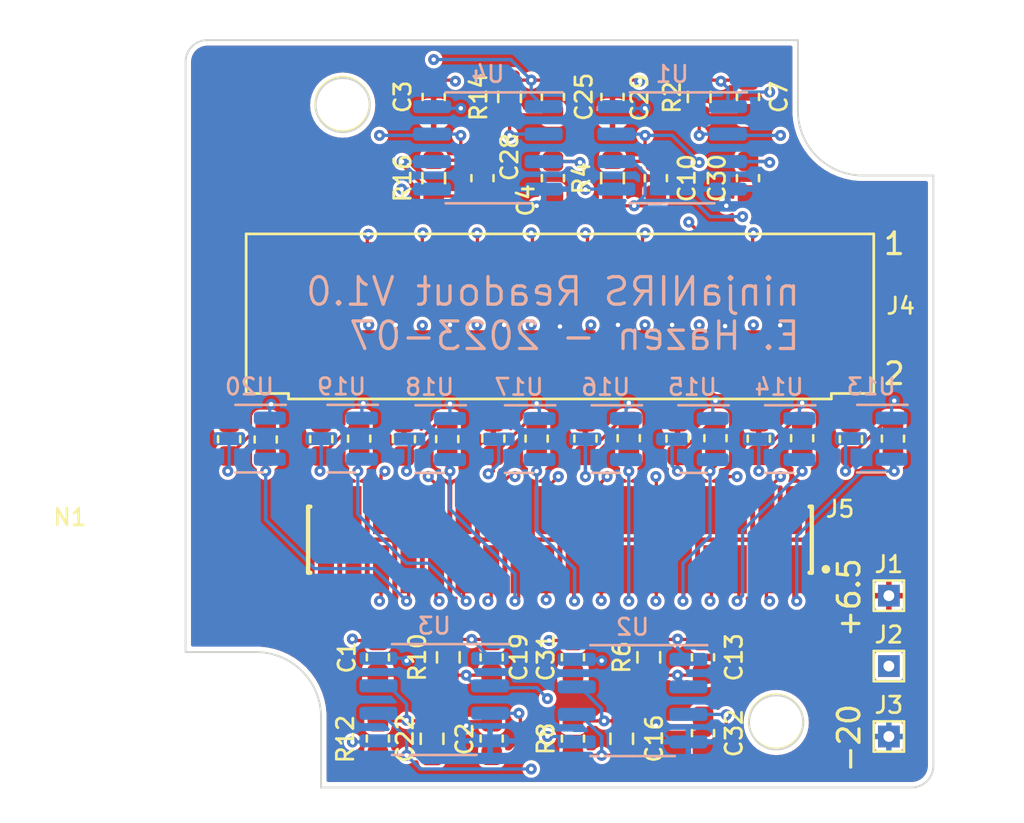
<source format=kicad_pcb>
(kicad_pcb (version 20221018) (generator pcbnew)
  (layers (0 "F.Cu" signal) (1 "In1.Cu" signal) (2 "In2.Cu" signal) (31 "B.Cu" signal) (34 "B.Paste" user) (35 "F.Paste" user) (36 "B.SilkS" user "B.Silkscreen") (37 "F.SilkS" user "F.Silkscreen") (38 "B.Mask" user) (39 "F.Mask" user) (44 "Edge.Cuts" user))
  (net 0 "")
  (net 1 "/+6.5V")
  (net 2 "/-20V")
  (net 3 "/OUT_1")
  (net 4 "/DET_0")
  (net 5 "/OUT_2")
  (net 6 "/OUT_3")
  (net 7 "/OUT_4")
  (net 8 "/OUT_5")
  (net 9 "/OUT_6")
  (net 10 "/DET_2")
  (net 11 "/OUT_7")
  (net 12 "/5V_1")
  (net 13 "/DET_3")
  (net 14 "/DET_1")
  (net 15 "/5V_2")
  (net 16 "/DET_4")
  (net 17 "/5V_3")
  (net 18 "/5V_4")
  (net 19 "/DET_5")
  (net 20 "/5V_5")
  (net 21 "/5V_6")
  (net 22 "/DET_6")
  (net 23 "/5V_7")
  (net 24 "/DET_7")
  (net 37 "GND")
  (net 38 "/5V_0")
  (net 39 "/OUT_0")
  (footprint "Capacitor_SMD:C_0603_1608Metric" (layer "F.Cu") (at 60 40.225 90)
    (fp_text reference "C4")
    (fp_text value "C")
  )
  (footprint "Capacitor_SMD:C_0603_1608Metric" (layer "F.Cu") (at 51.0625 52.25 90)
    (fp_text reference "C24" hide)
    (fp_text value "1uF")
  )
  (footprint "Resistor_SMD:R_0603_1608Metric" (layer "F.Cu") (at 58 36.475 90)
    (fp_text reference "R14")
    (fp_text value "1.0MEG")
  )
  (footprint "Resistor_SMD:R_0603_1608Metric" (layer "F.Cu") (at 54.5 40.225 90)
    (fp_text reference "R16")
    (fp_text value "1.0MEG")
  )
  (footprint "Capacitor_SMD:C_0603_1608Metric" (layer "F.Cu") (at 61.5 52.25 -90)
    (fp_text reference "C14" hide)
    (fp_text value "1uF")
  )
  (footprint "Capacitor_SMD:C_0603_1608Metric" (layer "F.Cu") (at 53.125 52.275 -90)
    (fp_text reference "C20" hide)
    (fp_text value "1uF")
  )
  (footprint "Capacitor_SMD:C_0603_1608Metric" (layer "F.Cu") (at 45.0625 52.275 -90)
    (fp_text reference "C26" hide)
    (fp_text value "1uF")
  )
  (footprint "Capacitor_SMD:C_0603_1608Metric" (layer "F.Cu") (at 66.925 62.345 -90)
    (fp_text reference "C13")
    (fp_text value "1.6pF")
  )
  (footprint "Capacitor_SMD:C_0603_1608Metric" (layer "F.Cu") (at 66.925 65.845 -90)
    (fp_text reference "C32")
    (fp_text value "C")
  )
  (footprint "Capacitor_SMD:C_0603_1608Metric" (layer "F.Cu") (at 69 36.475 -90)
    (fp_text reference "C7")
    (fp_text value "1.6pF")
  )
  (footprint "Capacitor_SMD:C_0603_1608Metric" (layer "F.Cu") (at 57.175 62.345 -90)
    (fp_text reference "C19")
    (fp_text value "1.6pF")
  )
  (footprint "Capacitor_SMD:C_0603_1608Metric" (layer "F.Cu") (at 71.5 52.23 90)
    (fp_text reference "C9" hide)
    (fp_text value "1uF")
  )
  (footprint "Capacitor_SMD:C_0603_1608Metric" (layer "F.Cu") (at 59.25 52.25 90)
    (fp_text reference "C18" hide)
    (fp_text value "1uF")
  )
  (footprint "TestPoint:TestPoint_THTPad_1.0x1.0mm_Drill0.5mm" (layer "F.Cu") (at 75.5 59.5)
    (fp_text reference "J1")
    (fp_text value "Conn_01x01_Pin")
  )
  (footprint "Resistor_SMD:R_0603_1608Metric" (layer "F.Cu") (at 63.175 66.105 90)
    (fp_text reference "R8")
    (fp_text value "1.0MEG")
  )
  (footprint "Capacitor_SMD:C_0603_1608Metric" (layer "F.Cu") (at 73.75 52.275 -90)
    (fp_text reference "C5" hide)
    (fp_text value "1uF")
  )
  (footprint "Capacitor_SMD:C_0603_1608Metric" (layer "F.Cu") (at 67.5 52.23 90)
    (fp_text reference "C12" hide)
    (fp_text value "1uF")
  )
  (footprint "Capacitor_SMD:C_0603_1608Metric" (layer "F.Cu") (at 54.5 36.475 90)
    (fp_text reference "C3")
    (fp_text value "C")
  )
  (footprint "Capacitor_SMD:C_0603_1608Metric" (layer "F.Cu") (at 60.925 66.095 -90)
    (fp_text reference "C16")
    (fp_text value "1.6pF")
  )
  (footprint "Capacitor_SMD:C_0603_1608Metric" (layer "F.Cu") (at 57.25 52.25 -90)
    (fp_text reference "C17" hide)
    (fp_text value "1uF")
  )
  (footprint "Capacitor_SMD:C_0603_1608Metric" (layer "F.Cu") (at 55.125 52.27 90)
    (fp_text reference "C21" hide)
    (fp_text value "1uF")
  )
  (footprint "AA_Hammond:1551QGY" (layer "F.Cu") (at 43.0505 62.054)
    (fp_text reference "N1")
    (fp_text value "Housing")
  )
  (footprint "Capacitor_SMD:C_0603_1608Metric" (layer "F.Cu") (at 69.5 52.25 -90)
    (fp_text reference "C8" hide)
    (fp_text value "1uF")
  )
  (footprint "Resistor_SMD:R_0603_1608Metric" (layer "F.Cu") (at 66.75 36.475 90)
    (fp_text reference "R2")
    (fp_text value "1.0MEG")
  )
  (footprint "TestPoint:TestPoint_THTPad_1.0x1.0mm_Drill0.5mm" (layer "F.Cu") (at 75.5 62.75)
    (fp_text reference "J2")
    (fp_text value "Conn_01x01_Pin")
  )
  (footprint "Capacitor_SMD:C_0603_1608Metric" (layer "F.Cu") (at 65.75 52.25 -90)
    (fp_text reference "C11" hide)
    (fp_text value "1uF")
  )
  (footprint "Capacitor_SMD:C_0603_1608Metric" (layer "F.Cu") (at 51.925 66.095 -90)
    (fp_text reference "C22")
    (fp_text value "1.6pF")
  )
  (footprint "samtec:SAMTEC_SFMC-118-02-L-D" (layer "F.Cu") (at 60.325 56.9148)
    (fp_text reference "J5")
    (fp_text value "Conn_02x18_Odd_Even")
  )
  (footprint "Capacitor_SMD:C_0603_1608Metric" (layer "F.Cu") (at 63.5 52.23 90)
    (fp_text reference "C15" hide)
    (fp_text value "1uF")
  )
  (footprint "TestPoint:TestPoint_THTPad_1.0x1.0mm_Drill0.5mm" (layer "F.Cu") (at 75.5 66)
    (fp_text reference "J3")
    (fp_text value "Conn_01x01_Pin")
  )
  (footprint "Capacitor_SMD:C_0603_1608Metric" (layer "F.Cu") (at 60 36.475 -90)
    (fp_text reference "C25")
    (fp_text value "1.6pF")
  )
  (footprint "Capacitor_SMD:C_0603_1608Metric" (layer "F.Cu") (at 60.925 62.345 90)
    (fp_text reference "C31")
    (fp_text value "C")
  )
  (footprint "Capacitor_SMD:C_0603_1608Metric" (layer "F.Cu") (at 62.75 36.475 90)
    (fp_text reference "C29")
    (fp_text value "C")
  )
  (footprint "Resistor_SMD:R_0603_1608Metric" (layer "F.Cu") (at 55.175 62.345 90)
    (fp_text reference "R10")
    (fp_text value "1.0MEG")
  )
  (footprint "Capacitor_SMD:C_0603_1608Metric" (layer "F.Cu") (at 64.75 40.225 -90)
    (fp_text reference "C10")
    (fp_text value "1.6pF")
  )
  (footprint "Capacitor_SMD:C_0603_1608Metric" (layer "F.Cu") (at 56.75 40.225 -90)
    (fp_text reference "C28")
    (fp_text value "1.6pF")
  )
  (footprint "Resistor_SMD:R_0603_1608Metric" (layer "F.Cu") (at 64.425 62.345 90)
    (fp_text reference "R6")
    (fp_text value "1.0MEG")
  )
  (footprint "samtec:SHF-117-01-X-D-SM" (layer "F.Cu") (at 60.325 46.609 180)
    (fp_text reference "J4")
    (fp_text value "Conn_02x17_Odd_Even")
  )
  (footprint "Resistor_SMD:R_0603_1608Metric" (layer "F.Cu") (at 54.425 66.105 90)
    (fp_text reference "R12")
    (fp_text value "1.0MEG")
  )
  (footprint "Capacitor_SMD:C_0603_1608Metric" (layer "F.Cu") (at 75.689 52.25 90)
    (fp_text reference "C6" hide)
    (fp_text value "1uF")
  )
  (footprint "Resistor_SMD:R_0603_1608Metric" (layer "F.Cu") (at 62.75 40.225 90)
    (fp_text reference "R4")
    (fp_text value "1.0MEG")
  )
  (footprint "Capacitor_SMD:C_0603_1608Metric" (layer "F.Cu") (at 49.3125 52.275 -90)
    (fp_text reference "C23" hide)
    (fp_text value "1uF")
  )
  (footprint "Capacitor_SMD:C_0603_1608Metric" (layer "F.Cu") (at 46.75 52.29 90)
    (fp_text reference "C27" hide)
    (fp_text value "1uF")
  )
  (footprint "Capacitor_SMD:C_0603_1608Metric" (layer "F.Cu") (at 69 40.225 90)
    (fp_text reference "C30")
    (fp_text value "C")
  )
  (footprint "Capacitor_SMD:C_0603_1608Metric" (layer "F.Cu") (at 57.175 66.095 -90)
    (fp_text reference "C2")
    (fp_text value "C")
  )
  (footprint "Capacitor_SMD:C_0603_1608Metric" (layer "F.Cu") (at 51.925 62.345 90)
    (fp_text reference "C1")
    (fp_text value "C")
  )
  (footprint "Package_SO:SO-8_3.9x4.9mm_P1.27mm" (layer "B.Cu") (at 63.675 64.345 180)
    (fp_text reference "U2")
    (fp_text value "ADA4001-2")
  )
  (footprint "Package_TO_SOT_SMD:SOT-23" (layer "B.Cu") (at 66.4375 52.27 180)
    (fp_text reference "U15")
    (fp_text value "RT9058")
  )
  (footprint "Package_TO_SOT_SMD:SOT-23" (layer "B.Cu") (at 50.25 52.25 180)
    (fp_text reference "U19")
    (fp_text value "RT9058")
  )
  (footprint "Package_SO:SO-8_3.9x4.9mm_P1.27mm" (layer "B.Cu") (at 54.525 64.295 180)
    (fp_text reference "U3")
    (fp_text value "ADA4001-2")
  )
  (footprint "Package_TO_SOT_SMD:SOT-23" (layer "B.Cu") (at 62.4375 52.27 180)
    (fp_text reference "U16")
    (fp_text value "RT9058")
  )
  (footprint "Package_TO_SOT_SMD:SOT-23" (layer "B.Cu") (at 74.6875 52.25 180)
    (fp_text reference "U13")
    (fp_text value "RT9058")
  )
  (footprint "Package_SO:SO-8_3.9x4.9mm_P1.27mm" (layer "B.Cu") (at 65.5 38.825 180)
    (fp_text reference "U1")
    (fp_text value "ADA4001-2")
  )
  (footprint "Package_TO_SOT_SMD:SOT-23" (layer "B.Cu") (at 46 52.25 180)
    (fp_text reference "U20")
    (fp_text value "RT9058")
  )
  (footprint "Package_TO_SOT_SMD:SOT-23" (layer "B.Cu") (at 54.3125 52.27 180)
    (fp_text reference "U18")
    (fp_text value "RT9058")
  )
  (footprint "Package_SO:SO-8_3.9x4.9mm_P1.27mm" (layer "B.Cu") (at 57 38.825 180)
    (fp_text reference "U4")
    (fp_text value "ADA4001-2")
  )
  (footprint "Package_TO_SOT_SMD:SOT-23" (layer "B.Cu") (at 70.4375 52.27 180)
    (fp_text reference "U14")
    (fp_text value "RT9058")
  )
  (footprint "Package_TO_SOT_SMD:SOT-23" (layer "B.Cu") (at 58.4375 52.27 180)
    (fp_text reference "U17")
    (fp_text value "RT9058")
  )
  (gr_arc (start 77.553 67.353) (mid 77.260107 68.060107) (end 76.553 68.353) (stroke (width 0.09)) (layer "Edge.Cuts"))
  (gr_line (start 76.553 68.353) (end 49.303 68.353) (stroke (width 0.09)) (layer "Edge.Cuts"))
  (gr_arc (start 43.053 34.853) (mid 43.345893 34.145893) (end 44.053 33.853) (stroke (width 0.09)) (layer "Edge.Cuts"))
  (gr_line (start 71.303 33.853) (end 71.303 37.103) (stroke (width 0.09)) (layer "Edge.Cuts"))
  (gr_line (start 43.053 62.103) (end 43.053 34.853) (stroke (width 0.09)) (layer "Edge.Cuts"))
  (gr_arc (start 46.303 62.103) (mid 48.42432 62.98168) (end 49.303 65.103) (stroke (width 0.09)) (layer "Edge.Cuts"))
  (gr_line (start 46.303 62.103) (end 43.053 62.103) (stroke (width 0.09)) (layer "Edge.Cuts"))
  (gr_circle (center 50.303 36.853) (end 51.553 36.853) (stroke (width 0.09)) (fill none) (layer "Edge.Cuts"))
  (gr_line (start 77.553 40.103) (end 77.553 67.353) (stroke (width 0.09)) (layer "Edge.Cuts"))
  (gr_circle (center 70.303 65.353) (end 71.553 65.353) (stroke (width 0.09)) (fill none) (layer "Edge.Cuts"))
  (gr_line (start 44.053 33.853) (end 71.303 33.853) (stroke (width 0.09)) (layer "Edge.Cuts"))
  (gr_line (start 74.303 40.103) (end 77.553 40.103) (stroke (width 0.09)) (layer "Edge.Cuts"))
  (gr_arc (start 74.303 40.103) (mid 72.18168 39.22432) (end 71.303 37.103) (stroke (width 0.09)) (layer "Edge.Cuts"))
  (gr_line (start 49.303 68.353) (end 49.303 65.103) (stroke (width 0.09)) (layer "Edge.Cuts"))
  (gr_text "ninjaNIRS Readout V1.0\nE. Hazen - 2023-07" (at 71.5 48.25) (layer "B.SilkS") (effects (font (size 1.27 1.27) (thickness 0.1524)) (justify left bottom mirror)))
  (gr_text "+6.5" (at 74.25 61.5 90) (layer "F.SilkS") (effects (font (size 1 1)) (justify left bottom)))
  (gr_text "-20" (at 74.25 67.75 90) (layer "F.SilkS") (effects (font (size 1 1)) (justify left bottom)))
  (segment (start 53.25 62.5) (end 52.63 63.12) (width 0.1524) (layer "F.Cu") (net 1))
  (segment (start 57.25 51.475) (end 58.1059 50.6191) (width 0.1524) (layer "F.Cu") (net 1))
  (segment (start 61.63 63.12) (end 60.925 63.12) (width 0.1524) (layer "F.Cu") (net 1))
  (segment (start 62.75 37.25) (end 64 37.25) (width 0.1524) (layer "F.Cu") (net 1))
  (segment (start 54.5 37.25) (end 55.5 37.25) (width 0.1524) (layer "F.Cu") (net 1))
  (segment (start 58.1059 50.6191) (end 59.25 50.6191) (width 0.1524) (layer "F.Cu") (net 1))
  (segment (start 62.25 62.5) (end 61.63 63.12) (width 0.1524) (layer "F.Cu") (net 1))
  (segment (start 55.5 37.25) (end 55.75 37) (width 0.1524) (layer "F.Cu") (net 1))
  (segment (start 64 37.25) (end 64.25 37) (width 0.1524) (layer "F.Cu") (net 1))
  (segment (start 52.63 63.12) (end 51.925 63.12) (width 0.1524) (layer "F.Cu") (net 1))
  (via (at 64.25 37) (size 0.508) (drill 0.2032) (layers "F.Cu" "B.Cu") (net 1))
  (via (at 62.25 62.5) (size 0.508) (drill 0.2032) (layers "F.Cu" "B.Cu") (net 1))
  (via (at 67.5 50.5) (size 0.508) (drill 0.2032) (layers "F.Cu" "B.Cu") (net 1))
  (via (at 53.25 62.5) (size 0.508) (drill 0.2032) (layers "F.Cu" "B.Cu") (net 1))
  (via (at 71.5 50.5991) (size 0.508) (drill 0.2032) (layers "F.Cu" "B.Cu") (net 1))
  (via (at 55.25 50.6391) (size 0.508) (drill 0.2032) (layers "F.Cu" "B.Cu") (net 1))
  (via (at 51.25 50.6191) (size 0.508) (drill 0.2032) (layers "F.Cu" "B.Cu") (net 1))
  (via (at 47 50.6591) (size 0.508) (drill 0.2032) (layers "F.Cu" "B.Cu") (net 1))
  (via (at 55.75 37) (size 0.508) (drill 0.2032) (layers "F.Cu" "B.Cu") (net 1))
  (via (at 75.75 50.5) (size 0.508) (drill 0.2032) (layers "F.Cu" "B.Cu") (net 1))
  (via (at 63.5 50.5991) (size 0.508) (drill 0.2032) (layers "F.Cu" "B.Cu") (net 1))
  (via (at 59.25 50.6191) (size 0.508) (drill 0.2032) (layers "F.Cu" "B.Cu") (net 1))
  (segment (start 63.005 37) (end 62.925 36.92) (width 0.1524) (layer "B.Cu") (net 1))
  (segment (start 75.625 51.3) (end 75.625 50.625) (width 0.1524) (layer "B.Cu") (net 1))
  (segment (start 53.14 62.39) (end 53.25 62.5) (width 0.1524) (layer "B.Cu") (net 1))
  (segment (start 71.375 50.875) (end 71.5 50.75) (width 0.1524) (layer "B.Cu") (net 1))
  (segment (start 59.375 50.875) (end 59.25 50.75) (width 0.1524) (layer "B.Cu") (net 1))
  (segment (start 75.625 50.625) (end 75.75 50.5) (width 0.1524) (layer "B.Cu") (net 1))
  (segment (start 46.9375 50.8125) (end 47 50.75) (width 0.1524) (layer "B.Cu") (net 1))
  (segment (start 63.5 50.75) (end 63.5 50.5991) (width 0.1524) (layer "B.Cu") (net 1))
  (segment (start 63.375 50.875) (end 63.5 50.75) (width 0.1524) (layer "B.Cu") (net 1))
  (segment (start 54.505 37) (end 54.425 36.92) (width 0.1524) (layer "B.Cu") (net 1))
  (segment (start 62 62.5) (end 61.94 62.44) (width 0.1524) (layer "B.Cu") (net 1))
  (segment (start 61.1 62.44) (end 62.19 62.44) (width 0.1524) (layer "B.Cu") (net 1))
  (segment (start 59.375 51.32) (end 59.375 50.875) (width 0.1524) (layer "B.Cu") (net 1))
  (segment (start 51.95 62.39) (end 53.14 62.39) (width 0.1524) (layer "B.Cu") (net 1))
  (segment (start 62.19 62.44) (end 62.25 62.5) (width 0.1524) (layer "B.Cu") (net 1))
  (segment (start 55.25 51.32) (end 55.25 50.6391) (width 0.1524) (layer "B.Cu") (net 1))
  (segment (start 64.25 37) (end 63.005 37) (width 0.1524) (layer "B.Cu") (net 1))
  (segment (start 63.375 51.32) (end 63.375 50.875) (width 0.1524) (layer "B.Cu") (net 1))
  (segment (start 46.9375 51.3) (end 46.9375 50.8125) (width 0.1524) (layer "B.Cu") (net 1))
  (segment (start 67.375 51.32) (end 67.375 50.625) (width 0.1524) (layer "B.Cu") (net 1))
  (segment (start 47 50.75) (end 47 50.6591) (width 0.1524) (layer "B.Cu") (net 1))
  (segment (start 67.375 50.625) (end 67.5 50.5) (width 0.1524) (layer "B.Cu") (net 1))
  (segment (start 61.94 62.44) (end 61.1 62.44) (width 0.1524) (layer "B.Cu") (net 1))
  (segment (start 51.1875 50.6816) (end 51.25 50.6191) (width 0.1524) (layer "B.Cu") (net 1))
  (segment (start 71.375 51.32) (end 71.375 50.875) (width 0.1524) (layer "B.Cu") (net 1))
  (segment (start 59.25 50.75) (end 59.25 50.6191) (width 0.1524) (layer "B.Cu") (net 1))
  (segment (start 55.75 37) (end 54.505 37) (width 0.1524) (layer "B.Cu") (net 1))
  (segment (start 71.5 50.75) (end 71.5 50.5991) (width 0.1524) (layer "B.Cu") (net 1))
  (segment (start 51.1875 51.3) (end 51.1875 50.6816) (width 0.1524) (layer "B.Cu") (net 1))
  (segment (start 66.495 65.5) (end 66.925 65.07) (width 0.1524) (layer "F.Cu") (net 2))
  (segment (start 59.5 41.5) (end 60 41) (width 0.1524) (layer "F.Cu") (net 2))
  (segment (start 57.175 65.32) (end 56.18 65.32) (width 0.1524) (layer "F.Cu") (net 2))
  (segment (start 55.245 47.005) (end 55.25 47) (width 0.1524) (layer "F.Cu") (net 2))
  (segment (start 52.705 47.045) (end 52.75 47) (width 0.1524) (layer "F.Cu") (net 2))
  (segment (start 68.5 41.5) (end 68 41.5) (width 0.1524) (layer "F.Cu") (net 2))
  (segment (start 59.25 41.5) (end 59.5 41.5) (width 0.1524) (layer "F.Cu") (net 2))
  (segment (start 60.325 47.075) (end 60.325 48.641) (width 0.1524) (layer "F.Cu") (net 2))
  (segment (start 55.245 48.641) (end 55.245 47.005) (width 0.1524) (layer "F.Cu") (net 2))
  (segment (start 64.75 65.5) (end 66.495 65.5) (width 0.1524) (layer "F.Cu") (net 2))
  (segment (start 65.405 47.095) (end 65.5 47) (width 0.1524) (layer "F.Cu") (net 2))
  (segment (start 56.18 65.32) (end 56 65.5) (width 0.1524) (layer "F.Cu") (net 2))
  (segment (start 67.945 48.641) (end 67.945 47.055) (width 0.1524) (layer "F.Cu") (net 2))
  (segment (start 57.785 48.641) (end 57.785 47.035) (width 0.1524) (layer "F.Cu") (net 2))
  (segment (start 70.485 48.641) (end 70.485 47.015) (width 0.1524) (layer "F.Cu") (net 2))
  (segment (start 62.865 48.641) (end 62.865 47.135) (width 0.1524) (layer "F.Cu") (net 2))
  (segment (start 62.865 47.135) (end 63 47) (width 0.1524) (layer "F.Cu") (net 2))
  (segment (start 52.705 48.641) (end 52.705 47.045) (width 0.1524) (layer "F.Cu") (net 2))
  (segment (start 57.785 47.035) (end 57.75 47) (width 0.1524) (layer "F.Cu") (net 2))
  (segment (start 69 41) (end 68.5 41.5) (width 0.1524) (layer "F.Cu") (net 2))
  (segment (start 65.405 48.641) (end 65.405 47.095) (width 0.1524) (layer "F.Cu") (net 2))
  (via (at 59.25 41.5) (size 0.508) (drill 0.2032) (layers "F.Cu" "B.Cu") (net 2))
  (via (at 60.325 47.075) (size 0.508) (drill 0.2032) (layers "F.Cu" "B.Cu") (net 2))
  (via (at 57.75 47) (size 0.508) (drill 0.2032) (layers "F.Cu" "B.Cu") (net 2))
  (via (at 68 41.5) (size 0.508) (drill 0.2032) (layers "F.Cu" "B.Cu") (net 2))
  (via (at 67.945 47.055) (size 0.508) (drill 0.2032) (layers "F.Cu" "B.Cu") (net 2))
  (via (at 63 47) (size 0.508) (drill 0.2032) (layers "F.Cu" "B.Cu") (net 2))
  (via (at 56 65.5) (size 0.508) (drill 0.2032) (layers "F.Cu" "B.Cu") (net 2))
  (via (at 52.75 47) (size 0.508) (drill 0.2032) (layers "F.Cu" "B.Cu") (net 2))
  (via (at 65.5 47) (size 0.508) (drill 0.2032) (layers "F.Cu" "B.Cu") (net 2))
  (via (at 70.485 47.015) (size 0.508) (drill 0.2032) (layers "F.Cu" "B.Cu") (net 2))
  (via (at 55.25 47) (size 0.508) (drill 0.2032) (layers "F.Cu" "B.Cu") (net 2))
  (via (at 64.75 65.5) (size 0.508) (drill 0.2032) (layers "F.Cu" "B.Cu") (net 2))
  (segment (start 65.5 66.25) (end 64.75 65.5) (width 0.1524) (layer "B.Cu") (net 2))
  (segment (start 66.25 66.25) (end 65.5 66.25) (width 0.1524) (layer "B.Cu") (net 2))
  (segment (start 68 40.805) (end 68.075 40.73) (width 0.1524) (layer "B.Cu") (net 2))
  (segment (start 59.575 40.73) (end 59.575 41.175) (width 0.1524) (layer "B.Cu") (net 2))
  (segment (start 68 41.5) (end 68 40.805) (width 0.1524) (layer "B.Cu") (net 2))
  (segment (start 57.1 66.2) (end 56.7 66.2) (width 0.1524) (layer "B.Cu") (net 2))
  (segment (start 56.7 66.2) (end 56 65.5) (width 0.1524) (layer "B.Cu") (net 2))
  (segment (start 59.575 41.175) (end 59.25 41.5) (width 0.1524) (layer "B.Cu") (net 2))
  (segment (start 64.75 39.45) (end 62.8 39.45) (width 0.1524) (layer "F.Cu") (net 3))
  (segment (start 64.25 38.95) (end 64.75 39.45) (width 0.1524) (layer "F.Cu") (net 3))
  (segment (start 62.8 39.45) (end 62.75 39.4) (width 0.1524) (layer "F.Cu") (net 3))
  (segment (start 64.25 38.25) (end 64.25 38.95) (width 0.1524) (layer "F.Cu") (net 3))
  (segment (start 66.675 47.075) (end 66.75 47) (width 0.1524) (layer "F.Cu") (net 3))
  (segment (start 66.675 48.641) (end 66.675 47.075) (width 0.1524) (layer "F.Cu") (net 3))
  (via (at 66.75 47) (size 0.508) (drill 0.2032) (layers "F.Cu" "B.Cu") (net 3))
  (via (at 64.25 38.25) (size 0.508) (drill 0.2032) (layers "F.Cu" "B.Cu") (net 3))
  (via (at 66.75 39.5) (size 0.508) (drill 0.2032) (layers "F.Cu" "B.Cu") (net 3))
  (segment (start 66.75 39.5) (end 65.5 38.25) (width 0.1524) (layer "B.Cu") (net 3))
  (segment (start 65.5 38.25) (end 64.25 38.25) (width 0.1524) (layer "B.Cu") (net 3))
  (segment (start 64.19 38.19) (end 64.25 38.25) (width 0.1524) (layer "B.Cu") (net 3))
  (segment (start 62.925 38.19) (end 64.19 38.19) (width 0.1524) (layer "B.Cu") (net 3))
  (segment (start 66.75 37.3) (end 68.95 37.3) (width 0.1524) (layer "F.Cu") (net 4))
  (segment (start 68.95 37.3) (end 69 37.25) (width 0.1524) (layer "F.Cu") (net 4))
  (segment (start 69.85 54.65) (end 70.5 54) (width 0.1524) (layer "F.Cu") (net 4))
  (segment (start 69.85 55.5498) (end 69.85 54.65) (width 0.1524) (layer "F.Cu") (net 4))
  (segment (start 66.75 38.25) (end 66.75 37.3) (width 0.1524) (layer "F.Cu") (net 4))
  (via (at 66.75 38.25) (size 0.508) (drill 0.2032) (layers "F.Cu" "B.Cu") (net 4))
  (via (at 70.5 54) (size 0.508) (drill 0.2032) (layers "F.Cu" "B.Cu") (net 4))
  (via (at 70.5 38.25) (size 0.508) (drill 0.2032) (layers "F.Cu" "B.Cu") (net 4))
  (segment (start 68.075 38.19) (end 66.81 38.19) (width 0.1524) (layer "B.Cu") (net 4))
  (segment (start 70.5 38.25) (end 68.135 38.25) (width 0.1524) (layer "B.Cu") (net 4))
  (segment (start 68.135 38.25) (end 68.075 38.19) (width 0.1524) (layer "B.Cu") (net 4))
  (segment (start 66.81 38.19) (end 66.75 38.25) (width 0.1524) (layer "B.Cu") (net 4))
  (segment (start 64.135 47.115) (end 64.25 47) (width 0.1524) (layer "F.Cu") (net 5))
  (segment (start 64.425 61.52) (end 66.875 61.52) (width 0.1524) (layer "F.Cu") (net 5))
  (segment (start 66.875 61.52) (end 66.925 61.57) (width 0.1524) (layer "F.Cu") (net 5))
  (segment (start 64.135 48.641) (end 64.135 47.115) (width 0.1524) (layer "F.Cu") (net 5))
  (via (at 65.75 61.5) (size 0.508) (drill 0.2032) (layers "F.Cu" "B.Cu") (net 5))
  (via (at 64.25 47) (size 0.508) (drill 0.2032) (layers "F.Cu" "B.Cu") (net 5))
  (segment (start 66.25 62.44) (end 65.75 61.94) (width 0.1524) (layer "B.Cu") (net 5))
  (segment (start 65.75 61.94) (end 65.75 61.5) (width 0.1524) (layer "B.Cu") (net 5))
  (segment (start 60.965 65.28) (end 60.925 65.32) (width 0.1524) (layer "F.Cu") (net 6))
  (segment (start 61.595 47.155) (end 61.75 47) (width 0.1524) (layer "F.Cu") (net 6))
  (segment (start 63.175 65.28) (end 60.965 65.28) (width 0.1524) (layer "F.Cu") (net 6))
  (segment (start 61.595 48.641) (end 61.595 47.155) (width 0.1524) (layer "F.Cu") (net 6))
  (via (at 62.359984 65.281054) (size 0.508) (drill 0.2032) (layers "F.Cu" "B.Cu") (net 6))
  (via (at 61.75 47) (size 0.508) (drill 0.2032) (layers "F.Cu" "B.Cu") (net 6))
  (segment (start 62.25 64.719579) (end 62.25 65.25) (width 0.1524) (layer "B.Cu") (net 6))
  (segment (start 61.1 63.71) (end 61.240421 63.71) (width 0.1524) (layer "B.Cu") (net 6))
  (segment (start 61.240421 63.71) (end 62.25 64.719579) (width 0.1524) (layer "B.Cu") (net 6))
  (segment (start 62.32893 65.25) (end 62.359984 65.281054) (width 0.1524) (layer "B.Cu") (net 6))
  (segment (start 62.25 65.25) (end 62.32893 65.25) (width 0.1524) (layer "B.Cu") (net 6))
  (segment (start 56.25 61.52) (end 57.125 61.52) (width 0.1524) (layer "F.Cu") (net 7))
  (segment (start 57.125 61.52) (end 57.175 61.57) (width 0.1524) (layer "F.Cu") (net 7))
  (segment (start 59.055 47.055) (end 59 47) (width 0.1524) (layer "F.Cu") (net 7))
  (segment (start 55.175 61.52) (end 56.25 61.52) (width 0.1524) (layer "F.Cu") (net 7))
  (segment (start 59.055 48.641) (end 59.055 47.055) (width 0.1524) (layer "F.Cu") (net 7))
  (via (at 59 47) (size 0.508) (drill 0.2032) (layers "F.Cu" "B.Cu") (net 7))
  (via (at 56.25 61.52) (size 0.508) (drill 0.2032) (layers "F.Cu" "B.Cu") (net 7))
  (segment (start 57.1 62.39) (end 57.1 62.35) (width 0.1524) (layer "B.Cu") (net 7))
  (segment (start 57.1 62.35) (end 56.25 61.5) (width 0.1524) (layer "B.Cu") (net 7))
  (segment (start 56.25 61.5) (end 56.25 61.52) (width 0.1524) (layer "B.Cu") (net 7))
  (segment (start 51.965 65.28) (end 51.925 65.32) (width 0.1524) (layer "F.Cu") (net 8))
  (segment (start 54.425 65.28) (end 51.965 65.28) (width 0.1524) (layer "F.Cu") (net 8))
  (segment (start 56.515 48.641) (end 56.515 47.015) (width 0.1524) (layer "F.Cu") (net 8))
  (segment (start 56.515 47.015) (end 56.5 47) (width 0.1524) (layer "F.Cu") (net 8))
  (via (at 53.25 65.25) (size 0.508) (drill 0.2032) (layers "F.Cu" "B.Cu") (net 8))
  (via (at 56.5 47) (size 0.508) (drill 0.2032) (layers "F.Cu" "B.Cu") (net 8))
  (segment (start 52.41 63.66) (end 53.25 64.5) (width 0.1524) (layer "B.Cu") (net 8))
  (segment (start 53.25 64.5) (end 53.25 65.25) (width 0.1524) (layer "B.Cu") (net 8))
  (segment (start 51.95 63.66) (end 52.41 63.66) (width 0.1524) (layer "B.Cu") (net 8))
  (segment (start 53.975 48.641) (end 53.975 47.025) (width 0.1524) (layer "F.Cu") (net 9))
  (segment (start 60 35.7) (end 59 35.7) (width 0.1524) (layer "F.Cu") (net 9))
  (segment (start 59 35.7) (end 58.05 35.7) (width 0.1524) (layer "F.Cu") (net 9))
  (segment (start 58.05 35.7) (end 58 35.65) (width 0.1524) (layer "F.Cu") (net 9))
  (via (at 59 35.7) (size 0.508) (drill 0.2032) (layers "F.Cu" "B.Cu") (net 9))
  (via (at 53.975 47.025) (size 0.508) (drill 0.2032) (layers "F.Cu" "B.Cu") (net 9))
  (via (at 54.5 34.75) (size 0.508) (drill 0.2032) (layers "F.Cu" "B.Cu") (net 9))
  (segment (start 54.5 34.75) (end 58.05 34.75) (width 0.1524) (layer "B.Cu") (net 9))
  (segment (start 58.05 34.75) (end 59 35.7) (width 0.1524) (layer "B.Cu") (net 9))
  (segment (start 59 36.345) (end 59.575 36.92) (width 0.1524) (layer "B.Cu") (net 9))
  (segment (start 59 35.7) (end 59 36.345) (width 0.1524) (layer "B.Cu") (net 9))
  (segment (start 64.77 54.02) (end 64.75 54) (width 0.1524) (layer "F.Cu") (net 10))
  (segment (start 66.875 63.17) (end 66.925 63.12) (width 0.1524) (layer "F.Cu") (net 10))
  (segment (start 65.75 63.17) (end 66.875 63.17) (width 0.1524) (layer "F.Cu") (net 10))
  (segment (start 64.77 55.5498) (end 64.77 54.02) (width 0.1524) (layer "F.Cu") (net 10))
  (segment (start 64.425 63.17) (end 65.75 63.17) (width 0.1524) (layer "F.Cu") (net 10))
  (via (at 64.75 54) (size 0.508) (drill 0.2032) (layers "F.Cu" "B.Cu") (net 10))
  (via (at 65.75 63.17) (size 0.508) (drill 0.2032) (layers "F.Cu" "B.Cu") (net 10))
  (segment (start 66.25 63.71) (end 66.21 63.71) (width 0.1524) (layer "B.Cu") (net 10))
  (segment (start 66.21 63.71) (end 65.75 63.25) (width 0.1524) (layer "B.Cu") (net 10))
  (segment (start 65.75 63.25) (end 65.75 63.17) (width 0.1524) (layer "B.Cu") (net 10))
  (segment (start 51.435 48.641) (end 51.435 47.065) (width 0.1524) (layer "F.Cu") (net 11))
  (segment (start 56.7 39.4) (end 56.75 39.45) (width 0.1524) (layer "F.Cu") (net 11))
  (segment (start 51.435 47.065) (end 51.5 47) (width 0.1524) (layer "F.Cu") (net 11))
  (segment (start 54.5 39.4) (end 55.75 39.4) (width 0.1524) (layer "F.Cu") (net 11))
  (segment (start 55.75 38.25) (end 55.75 39.4) (width 0.1524) (layer "F.Cu") (net 11))
  (segment (start 55.75 39.4) (end 56.7 39.4) (width 0.1524) (layer "F.Cu") (net 11))
  (via (at 52 38.25) (size 0.508) (drill 0.2032) (layers "F.Cu" "B.Cu") (net 11))
  (via (at 55.75 38.25) (size 0.508) (drill 0.2032) (layers "F.Cu" "B.Cu") (net 11))
  (via (at 51.5 47) (size 0.508) (drill 0.2032) (layers "F.Cu" "B.Cu") (net 11))
  (segment (start 54.425 38.19) (end 55.69 38.19) (width 0.1524) (layer "B.Cu") (net 11))
  (segment (start 55.69 38.19) (end 55.75 38.25) (width 0.1524) (layer "B.Cu") (net 11))
  (segment (start 52 38.25) (end 54.365 38.25) (width 0.1524) (layer "B.Cu") (net 11))
  (segment (start 54.365 38.25) (end 54.425 38.19) (width 0.1524) (layer "B.Cu") (net 11))
  (segment (start 68.58 59.67) (end 68.5 59.75) (width 0.1524) (layer "F.Cu") (net 12))
  (segment (start 68.58 58.2798) (end 68.58 59.67) (width 0.1524) (layer "F.Cu") (net 12))
  (segment (start 71.5 53.005) (end 71.5 53.75) (width 0.1524) (layer "F.Cu") (net 12))
  (via (at 68.5 59.75) (size 0.508) (drill 0.2032) (layers "F.Cu" "B.Cu") (net 12))
  (via (at 71.5 53.75) (size 0.508) (drill 0.2032) (layers "F.Cu" "B.Cu") (net 12))
  (segment (start 71.5 53.75) (end 71.5 53.345) (width 0.1524) (layer "B.Cu") (net 12))
  (segment (start 68.75 56.5) (end 68.75 59.5) (width 0.1524) (layer "B.Cu") (net 12))
  (segment (start 71.5 53.75) (end 68.75 56.5) (width 0.1524) (layer "B.Cu") (net 12))
  (segment (start 68.75 59.5) (end 68.5 59.75) (width 0.1524) (layer "B.Cu") (net 12))
  (segment (start 71.5 53.345) (end 71.375 53.22) (width 0.1524) (layer "B.Cu") (net 12))
  (segment (start 62.25 66.87) (end 63.115 66.87) (width 0.1524) (layer "F.Cu") (net 13))
  (segment (start 60.925 66.87) (end 62.25 66.87) (width 0.1524) (layer "F.Cu") (net 13))
  (segment (start 62.23 55.5498) (end 62.23 54.27) (width 0.1524) (layer "F.Cu") (net 13))
  (segment (start 63.115 66.87) (end 63.175 66.93) (width 0.1524) (layer "F.Cu") (net 13))
  (segment (start 62.23 54.27) (end 62.5 54) (width 0.1524) (layer "F.Cu") (net 13))
  (via (at 62.25 66.87) (size 0.508) (drill 0.2032) (layers "F.Cu" "B.Cu") (net 13))
  (via (at 62.5 54) (size 0.508) (drill 0.2032) (layers "F.Cu" "B.Cu") (net 13))
  (segment (start 62.25 65.989579) (end 62.25 66.87) (width 0.1524) (layer "B.Cu") (net 13))
  (segment (start 61.240421 64.98) (end 62.25 65.989579) (width 0.1524) (layer "B.Cu") (net 13))
  (segment (start 61.1 64.98) (end 61.240421 64.98) (width 0.1524) (layer "B.Cu") (net 13))
  (segment (start 63.75 41.5) (end 64.25 41.5) (width 0.1524) (layer "F.Cu") (net 14))
  (segment (start 67.31 55.5498) (end 67.31 54.8098) (width 0.1524) (layer "F.Cu") (net 14))
  (segment (start 64.25 41.5) (end 64.75 41) (width 0.1524) (layer "F.Cu") (net 14))
  (segment (start 63.2 41.5) (end 62.75 41.05) (width 0.1524) (layer "F.Cu") (net 14))
  (segment (start 67.31 54.8098) (end 68.1198 54) (width 0.1524) (layer "F.Cu") (net 14))
  (segment (start 63.75 41.5) (end 63.2 41.5) (width 0.1524) (layer "F.Cu") (net 14))
  (segment (start 68.1198 54) (end 68.5 54) (width 0.1524) (layer "F.Cu") (net 14))
  (via (at 68.75 42) (size 0.508) (drill 0.2032) (layers "F.Cu" "B.Cu") (net 14))
  (via (at 63.75 41.5) (size 0.508) (drill 0.2032) (layers "F.Cu" "B.Cu") (net 14))
  (via (at 68.5 54) (size 0.508) (drill 0.2032) (layers "F.Cu" "B.Cu") (net 14))
  (segment (start 64.25 41) (end 63.75 41.5) (width 0.1524) (layer "B.Cu") (net 14))
  (segment (start 66.5 41.25) (end 64 41.25) (width 0.1524) (layer "B.Cu") (net 14))
  (segment (start 64.25 40) (end 64.25 41) (width 0.1524) (layer "B.Cu") (net 14))
  (segment (start 68.75 42) (end 67.25 42) (width 0.1524) (layer "B.Cu") (net 14))
  (segment (start 62.925 39.46) (end 63.71 39.46) (width 0.1524) (layer "B.Cu") (net 14))
  (segment (start 64 41.25) (end 63.75 41.5) (width 0.1524) (layer "B.Cu") (net 14))
  (segment (start 67.25 42) (end 66.5 41.25) (width 0.1524) (layer "B.Cu") (net 14))
  (segment (start 63.71 39.46) (end 64.25 40) (width 0.1524) (layer "B.Cu") (net 14))
  (segment (start 67.5 53.005) (end 67.5 53.5) (width 0.1524) (layer "F.Cu") (net 15))
  (segment (start 66.04 58.2798) (end 66.04 59.71) (width 0.1524) (layer "F.Cu") (net 15))
  (segment (start 66.04 59.71) (end 66 59.75) (width 0.1524) (layer "F.Cu") (net 15))
  (segment (start 67.5 53.5) (end 67.25 53.75) (width 0.1524) (layer "F.Cu") (net 15))
  (via (at 66 59.75) (size 0.508) (drill 0.2032) (layers "F.Cu" "B.Cu") (net 15))
  (via (at 67.25 53.75) (size 0.508) (drill 0.2032) (layers "F.Cu" "B.Cu") (net 15))
  (segment (start 67.25 56.75) (end 66 58) (width 0.1524) (layer "B.Cu") (net 15))
  (segment (start 67.25 53.75) (end 67.25 53.345) (width 0.1524) (layer "B.Cu") (net 15))
  (segment (start 67.25 53.75) (end 67.25 56.75) (width 0.1524) (layer "B.Cu") (net 15))
  (segment (start 67.25 53.345) (end 67.375 53.22) (width 0.1524) (layer "B.Cu") (net 15))
  (segment (start 66 58) (end 66 59.75) (width 0.1524) (layer "B.Cu") (net 15))
  (segment (start 56 63.17) (end 57.125 63.17) (width 0.1524) (layer "F.Cu") (net 16))
  (segment (start 55.175 63.17) (end 56 63.17) (width 0.1524) (layer "F.Cu") (net 16))
  (segment (start 57.125 63.17) (end 57.175 63.12) (width 0.1524) (layer "F.Cu") (net 16))
  (segment (start 59.69 55.5498) (end 59.69 54.56) (width 0.1524) (layer "F.Cu") (net 16))
  (segment (start 59.69 54.56) (end 60.25 54) (width 0.1524) (layer "F.Cu") (net 16))
  (via (at 56 63.17) (size 0.508) (drill 0.2032) (layers "F.Cu" "B.Cu") (net 16))
  (via (at 59.75 64.25) (size 0.508) (drill 0.2032) (layers "F.Cu" "B.Cu") (net 16))
  (via (at 60.25 54) (size 0.508) (drill 0.2032) (layers "F.Cu" "B.Cu") (net 16))
  (segment (start 59.75 64.25) (end 59.25 63.75) (width 0.1524) (layer "B.Cu") (net 16))
  (segment (start 56 63.25) (end 56 63.17) (width 0.1524) (layer "B.Cu") (net 16))
  (segment (start 57.19 63.75) (end 57.1 63.66) (width 0.1524) (layer "B.Cu") (net 16))
  (segment (start 59.25 63.75) (end 57.19 63.75) (width 0.1524) (layer "B.Cu") (net 16))
  (segment (start 57.1 63.66) (end 56.41 63.66) (width 0.1524) (layer "B.Cu") (net 16))
  (segment (start 56.41 63.66) (end 56 63.25) (width 0.1524) (layer "B.Cu") (net 16))
  (segment (start 63.5 58.2798) (end 63.5 59.75) (width 0.1524) (layer "F.Cu") (net 17))
  (segment (start 63.5 53.75) (end 63.5 53.005) (width 0.1524) (layer "F.Cu") (net 17))
  (via (at 63.5 59.75) (size 0.508) (drill 0.2032) (layers "F.Cu" "B.Cu") (net 17))
  (via (at 63.5 53.75) (size 0.508) (drill 0.2032) (layers "F.Cu" "B.Cu") (net 17))
  (segment (start 63.375 53.625) (end 63.5 53.75) (width 0.1524) (layer "B.Cu") (net 17))
  (segment (start 63.375 53.22) (end 63.375 53.625) (width 0.1524) (layer "B.Cu") (net 17))
  (segment (start 63.5 53.75) (end 63.5 59.75) (width 0.1524) (layer "B.Cu") (net 17))
  (segment (start 59.25 53.75) (end 59.25 53.025) (width 0.1524) (layer "F.Cu") (net 18))
  (segment (start 60.96 59.71) (end 61 59.75) (width 0.1524) (layer "F.Cu") (net 18))
  (segment (start 60.96 58.2798) (end 60.96 59.71) (width 0.1524) (layer "F.Cu") (net 18))
  (via (at 61 59.75) (size 0.508) (drill 0.2032) (layers "F.Cu" "B.Cu") (net 18))
  (via (at 59.25 53.75) (size 0.508) (drill 0.2032) (layers "F.Cu" "B.Cu") (net 18))
  (segment (start 61 58.25) (end 61 59.75) (width 0.1524) (layer "B.Cu") (net 18))
  (segment (start 59.375 53.22) (end 59.375 53.625) (width 0.1524) (layer "B.Cu") (net 18))
  (segment (start 59.375 53.625) (end 59.25 53.75) (width 0.1524) (layer "B.Cu") (net 18))
  (segment (start 59.25 56.5) (end 61 58.25) (width 0.1524) (layer "B.Cu") (net 18))
  (segment (start 59.25 53.75) (end 59.25 56.5) (width 0.1524) (layer "B.Cu") (net 18))
  (segment (start 57.15 55.5498) (end 57.15 54.8098) (width 0.1524) (layer "F.Cu") (net 19))
  (segment (start 51.925 66.87) (end 53.25 66.87) (width 0.1524) (layer "F.Cu") (net 19))
  (segment (start 54.365 66.87) (end 54.425 66.93) (width 0.1524) (layer "F.Cu") (net 19))
  (segment (start 57.15 54.8098) (end 57.9598 54) (width 0.1524) (layer "F.Cu") (net 19))
  (segment (start 53.25 66.87) (end 54.365 66.87) (width 0.1524) (layer "F.Cu") (net 19))
  (segment (start 57.9598 54) (end 58.25 54) (width 0.1524) (layer "F.Cu") (net 19))
  (via (at 53.25 66.87) (size 0.508) (drill 0.2032) (layers "F.Cu" "B.Cu") (net 19))
  (via (at 58.25 54) (size 0.508) (drill 0.2032) (layers "F.Cu" "B.Cu") (net 19))
  (via (at 59 67.5) (size 0.508) (drill 0.2032) (layers "F.Cu" "B.Cu") (net 19))
  (segment (start 52.090421 64.93) (end 53.25 66.089579) (width 0.1524) (layer "B.Cu") (net 19))
  (segment (start 53.25 66.089579) (end 53.25 66.87) (width 0.1524) (layer "B.Cu") (net 19))
  (segment (start 51.95 64.93) (end 52.090421 64.93) (width 0.1524) (layer "B.Cu") (net 19))
  (segment (start 53.88 67.5) (end 53.25 66.87) (width 0.1524) (layer "B.Cu") (net 19))
  (segment (start 59 67.5) (end 53.88 67.5) (width 0.1524) (layer "B.Cu") (net 19))
  (segment (start 55.125 53.045) (end 55.125 53.625) (width 0.1524) (layer "F.Cu") (net 20))
  (segment (start 55.125 53.625) (end 55.25 53.75) (width 0.1524) (layer "F.Cu") (net 20))
  (segment (start 58.42 58.2798) (end 58.42 59.58) (width 0.1524) (layer "F.Cu") (net 20))
  (segment (start 58.42 59.58) (end 58.25 59.75) (width 0.1524) (layer "F.Cu") (net 20))
  (via (at 58.25 59.75) (size 0.508) (drill 0.2032) (layers "F.Cu" "B.Cu") (net 20))
  (via (at 55.25 53.75) (size 0.508) (drill 0.2032) (layers "F.Cu" "B.Cu") (net 20))
  (segment (start 55.25 55.5) (end 58.25 58.5) (width 0.1524) (layer "B.Cu") (net 20))
  (segment (start 58.25 58.5) (end 58.25 59.75) (width 0.1524) (layer "B.Cu") (net 20))
  (segment (start 55.25 53.75) (end 55.25 53.22) (width 0.1524) (layer "B.Cu") (net 20))
  (segment (start 55.25 53.75) (end 55.25 55.5) (width 0.1524) (layer "B.Cu") (net 20))
  (segment (start 51.0625 53.025) (end 51.0625 53.6875) (width 0.1524) (layer "F.Cu") (net 21))
  (segment (start 51.0625 53.6875) (end 51 53.75) (width 0.1524) (layer "F.Cu") (net 21))
  (segment (start 55.88 59.63) (end 56 59.75) (width 0.1524) (layer "F.Cu") (net 21))
  (segment (start 55.88 58.2798) (end 55.88 59.63) (width 0.1524) (layer "F.Cu") (net 21))
  (via (at 51 53.75) (size 0.508) (drill 0.2032) (layers "F.Cu" "B.Cu") (net 21))
  (via (at 56 59.75) (size 0.508) (drill 0.2032) (layers "F.Cu" "B.Cu") (net 21))
  (segment (start 53.25 58) (end 54.25 58) (width 0.1524) (layer "B.Cu") (net 21))
  (segment (start 51 55.75) (end 53.25 58) (width 0.1524) (layer "B.Cu") (net 21))
  (segment (start 51 53.75) (end 51 55.75) (width 0.1524) (layer "B.Cu") (net 21))
  (segment (start 51 53.3875) (end 51.1875 53.2) (width 0.1524) (layer "B.Cu") (net 21))
  (segment (start 54.25 58) (end 56 59.75) (width 0.1524) (layer "B.Cu") (net 21))
  (segment (start 51 53.75) (end 51 53.3875) (width 0.1524) (layer "B.Cu") (net 21))
  (segment (start 58 37.3) (end 59.95 37.3) (width 0.1524) (layer "F.Cu") (net 22))
  (segment (start 59.95 37.3) (end 60 37.25) (width 0.1524) (layer "F.Cu") (net 22))
  (segment (start 54.61 55.5498) (end 54.61 54.36) (width 0.1524) (layer "F.Cu") (net 22))
  (segment (start 58 38.25) (end 58 37.3) (width 0.1524) (layer "F.Cu") (net 22))
  (segment (start 54.61 54.36) (end 54.25 54) (width 0.1524) (layer "F.Cu") (net 22))
  (via (at 58 38.25) (size 0.508) (drill 0.2032) (layers "F.Cu" "B.Cu") (net 22))
  (via (at 54.25 54) (size 0.508) (drill 0.2032) (layers "F.Cu" "B.Cu") (net 22))
  (segment (start 59.575 38.19) (end 58.06 38.19) (width 0.1524) (layer "B.Cu") (net 22))
  (segment (start 58.06 38.19) (end 58 38.25) (width 0.1524) (layer "B.Cu") (net 22))
  (segment (start 53.34 59.66) (end 53.25 59.75) (width 0.1524) (layer "F.Cu") (net 23))
  (segment (start 46.75 53.065) (end 46.75 53.75) (width 0.1524) (layer "F.Cu") (net 23))
  (segment (start 53.34 58.2798) (end 53.34 59.66) (width 0.1524) (layer "F.Cu") (net 23))
  (via (at 46.75 53.75) (size 0.508) (drill 0.2032) (layers "F.Cu" "B.Cu") (net 23))
  (via (at 53.25 59.75) (size 0.508) (drill 0.2032) (layers "F.Cu" "B.Cu") (net 23))
  (segment (start 46.75 53.3875) (end 46.9375 53.2) (width 0.1524) (layer "B.Cu") (net 23))
  (segment (start 46.75 53.75) (end 46.75 56) (width 0.1524) (layer "B.Cu") (net 23))
  (segment (start 46.75 53.75) (end 46.75 53.3875) (width 0.1524) (layer "B.Cu") (net 23))
  (segment (start 51.75 58.25) (end 53.25 59.75) (width 0.1524) (layer "B.Cu") (net 23))
  (segment (start 46.75 56) (end 49 58.25) (width 0.1524) (layer "B.Cu") (net 23))
  (segment (start 49 58.25) (end 51.75 58.25) (width 0.1524) (layer "B.Cu") (net 23))
  (segment (start 52.07 55.5498) (end 52.07 53.93) (width 0.1524) (layer "F.Cu") (net 24))
  (segment (start 56.7 41.05) (end 56.75 41) (width 0.1524) (layer "F.Cu") (net 24))
  (segment (start 53.04 39.46) (end 53.04 39.59) (width 0.1524) (layer "F.Cu") (net 24))
  (segment (start 54.5 41.05) (end 56.7 41.05) (width 0.1524) (layer "F.Cu") (net 24))
  (segment (start 52.07 53.93) (end 52.25 53.75) (width 0.1524) (layer "F.Cu") (net 24))
  (segment (start 53.04 39.59) (end 54.5 41.05) (width 0.1524) (layer "F.Cu") (net 24))
  (via (at 52.25 53.75) (size 0.508) (drill 0.2032) (layers "F.Cu" "B.Cu") (net 24))
  (via (at 53.04 39.46) (size 0.508) (drill 0.2032) (layers "F.Cu" "B.Cu") (net 24))
  (segment (start 54.425 39.46) (end 53.04 39.46) (width 0.1524) (layer "B.Cu") (net 24))
  (segment (start 56.515 42.765) (end 56.5 42.75) (width 0.1524) (layer "F.Cu") (net 37))
  (segment (start 51.925 61.57) (end 50.82 61.57) (width 0.1524) (layer "F.Cu") (net 37))
  (segment (start 62.23 58.2798) (end 62.23 59.73) (width 0.1524) (layer "F.Cu") (net 37))
  (segment (start 57.15 59.6) (end 57 59.75) (width 0.1524) (layer "F.Cu") (net 37))
  (segment (start 51.0625 51.475) (end 50.8875 51.475) (width 0.1524) (layer "F.Cu") (net 37))
  (segment (start 75.325 51.475) (end 73.75 53.05) (width 0.1524) (layer "F.Cu") (net 37))
  (segment (start 53.25 53.175) (end 53.125 53.05) (width 0.1524) (layer "F.Cu") (net 37))
  (segment (start 66.925 66.62) (end 68 65.545) (width 0.1524) (layer "F.Cu") (net 37))
  (segment (start 49.25 53.75) (end 49.25 53.1125) (width 0.1524) (layer "F.Cu") (net 37))
  (segment (start 63.5 51.455) (end 63.07 51.455) (width 0.1524) (layer "F.Cu") (net 37))
  (segment (start 54.61 59.61) (end 54.75 59.75) (width 0.1524) (layer "F.Cu") (net 37))
  (segment (start 58.13 66.87) (end 58.5 66.5) (width 0.1524) (layer "F.Cu") (net 37))
  (segment (start 55.125 51.495) (end 54.68 51.495) (width 0.1524) (layer "F.Cu") (net 37))
  (segment (start 45 53.1125) (end 45.0625 53.05) (width 0.1524) (layer "F.Cu") (net 37))
  (segment (start 57.175 66.87) (end 58.13 66.87) (width 0.1524) (layer "F.Cu") (net 37))
  (segment (start 59.25 51.475) (end 58.8 51.475) (width 0.1524) (layer "F.Cu") (net 37))
  (segment (start 49.25 53.1125) (end 49.3125 53.05) (width 0.1524) (layer "F.Cu") (net 37))
  (segment (start 54.5 35.7) (end 55.45 35.7) (width 0.1524) (layer "F.Cu") (net 37))
  (segment (start 64.135 42.865) (end 64.25 42.75) (width 0.1524) (layer "F.Cu") (net 37))
  (segment (start 56.515 44.577) (end 56.515 42.765) (width 0.1524) (layer "F.Cu") (net 37))
  (segment (start 71.5 51.455) (end 71.07 51.455) (width 0.1524) (layer "F.Cu") (net 37))
  (segment (start 53.975 44.577) (end 53.975 42.775) (width 0.1524) (layer "F.Cu") (net 37))
  (segment (start 50.82 61.57) (end 50.75 61.5) (width 0.1524) (layer "F.Cu") (net 37))
  (segment (start 53.975 42.775) (end 54 42.75) (width 0.1524) (layer "F.Cu") (net 37))
  (segment (start 66.675 42.659784) (end 66.2674 42.252184) (width 0.1524) (layer "F.Cu") (net 37))
  (segment (start 52.07 59.68) (end 52 59.75) (width 0.1524) (layer "F.Cu") (net 37))
  (segment (start 50.8875 51.475) (end 49.3125 53.05) (width 0.1524) (layer "F.Cu") (net 37))
  (segment (start 46.5975 51.515) (end 45.0625 53.05) (width 0.1524) (layer "F.Cu") (net 37))
  (segment (start 61.5 53.025) (end 61.5 54) (width 0.1524) (layer "F.Cu") (net 37))
  (segment (start 73.75 53.05) (end 73.75 53.5) (width 0.1524) (layer "F.Cu") (net 37))
  (segment (start 52.07 58.2798) (end 52.07 59.68) (width 0.1524) (layer "F.Cu") (net 37))
  (segment (start 75.689 51.475) (end 75.325 51.475) (width 0.1524) (layer "F.Cu") (net 37))
  (segment (start 54.61 58.2798) (end 54.61 59.61) (width 0.1524) (layer "F.Cu") (net 37))
  (segment (start 58.5 65) (end 58.43 64.93) (width 0.1524) (layer "F.Cu") (net 37))
  (segment (start 63.95 35.7) (end 64 35.75) (width 0.1524) (layer "F.Cu") (net 37))
  (segment (start 57.25 53.75) (end 57.125333 53.874667) (width 0.1524) (layer "F.Cu") (net 37))
  (segment (start 67.31 59.69) (end 67.25 59.75) (width 0.1524) (layer "F.Cu") (net 37))
  (segment (start 71.07 51.455) (end 69.5 53.025) (width 0.1524) (layer "F.Cu") (net 37))
  (segment (start 51.435 44.577) (end 51.435 42.8626) (width 0.1524) (layer "F.Cu") (net 37))
  (segment (start 62.75 35.7) (end 63.95 35.7) (width 0.1524) (layer "F.Cu") (net 37))
  (segment (start 61.595 44.577) (end 61.595 42.845) (width 0.1524) (layer "F.Cu") (net 37))
  (segment (start 66.675 44.577) (end 66.675 42.659784) (width 0.1524) (layer "F.Cu") (net 37))
  (segment (start 69.85 59.6) (end 70 59.75) (width 0.1524) (layer "F.Cu") (net 37))
  (segment (start 46.75 51.515) (end 46.5975 51.515) (width 0.1524) (layer "F.Cu") (net 37))
  (segment (start 69.95 39.45) (end 70 39.5) (width 0.1524) (layer "F.Cu") (net 37))
  (segment (start 59.055 44.577) (end 59.055 42.805) (width 0.1524) (layer "F.Cu") (net 37))
  (segment (start 64.135 44.577) (end 64.135 42.865) (width 0.1524) (layer "F.Cu") (net 37))
  (segment (start 61.595 42.845) (end 61.5 42.75) (width 0.1524) (layer "F.Cu") (net 37))
  (segment (start 61.2 39.45) (end 61.25 39.5) (width 0.1524) (layer "F.Cu") (net 37))
  (segment (start 53.25 53.75) (end 53.25 53.175) (width 0.1524) (layer "F.Cu") (net 37))
  (segment (start 57.125333 53.874667) (end 57.0174 53.874667) (width 0.1524) (layer "F.Cu") (net 37))
  (segment (start 67.31 58.2798) (end 67.31 59.69) (width 0.1524) (layer "F.Cu") (net 37))
  (segment (start 64.77 58.2798) (end 64.77 59.73) (width 0.1524) (layer "F.Cu") (net 37))
  (segment (start 57.25 53.025) (end 57.25 53.75) (width 0.1524) (layer "F.Cu") (net 37))
  (segment (start 55.45 35.7) (end 55.5 35.75) (width 0.1524) (layer "F.Cu") (net 37))
  (segment (start 51.435 42.8626) (end 51.4826 42.815) (width 0.1524) (layer "F.Cu") (net 37))
  (segment (start 59.055 42.805) (end 59 42.75) (width 0.1524) (layer "F.Cu") (net 37))
  (segment (start 60.925 61.57) (end 59.82 61.57) (width 0.1524) (layer "F.Cu") (net 37))
  (segment (start 73.75 53.5) (end 73.5 53.75) (width 0.1524) (layer "F.Cu") (net 37))
  (segment (start 69.85 58.2798) (end 69.85 59.6) (width 0.1524) (layer "F.Cu") (net 37))
  (segment (start 65.75 53.75) (end 65.75 53.025) (width 0.1524) (layer "F.Cu") (net 37))
  (segment (start 63.07 51.455) (end 61.5 53.025) (width 0.1524) (layer "F.Cu") (net 37))
  (segment (start 59.69 58.2798) (end 59.69 59.69) (width 0.1524) (layer "F.Cu") (net 37))
  (segment (start 69.5 53.025) (end 69.5 53.75) (width 0.1524) (layer "F.Cu") (net 37))
  (segment (start 67.5 51.455) (end 67.32 51.455) (width 0.1524) (layer "F.Cu") (net 37))
  (segment (start 60 39.45) (end 61.2 39.45) (width 0.1524) (layer "F.Cu") (net 37))
  (segment (start 45 53.75) (end 45 53.1125) (width 0.1524) (layer "F.Cu") (net 37))
  (segment (start 64.77 59.73) (end 64.75 59.75) (width 0.1524) (layer "F.Cu") (net 37))
  (segment (start 58.5 66.5) (end 58.5 65) (width 0.1524) (layer "F.Cu") (net 37))
  (segment (start 69 39.45) (end 69.95 39.45) (width 0.1524) (layer "F.Cu") (net 37))
  (segment (start 68 65.545) (end 68 65) (width 0.1524) (layer "F.Cu") (net 37))
  (segment (start 58.8 51.475) (end 57.25 53.025) (width 0.1524) (layer "F.Cu") (net 37))
  (segment (start 69.215 42.785) (end 69.25 42.75) (width 0.1524) (layer "F.Cu") (net 37))
  (segment (start 57.15 58.2798) (end 57.15 59.6) (width 0.1524) (layer "F.Cu") (net 37))
  (segment (start 67.32 51.455) (end 65.75 53.025) (width 0.1524) (layer "F.Cu") (net 37))
  (segment (start 54.68 51.495) (end 53.125 53.05) (width 0.1524) (layer "F.Cu") (net 37))
  (segment (start 69.215 44.577) (end 69.215 42.785) (width 0.1524) (layer "F.Cu") (net 37))
  (via (at 54 42.75) (size 0.508) (drill 0.2032) (layers "F.Cu" "B.Cu") (net 37))
  (via (at 70 39.5) (size 0.508) (drill 0.2032) (layers "F.Cu" "B.Cu") (net 37))
  (via (at 67.25 59.75) (size 0.508) (drill 0.2032) (layers "F.Cu" "B.Cu") (net 37))
  (via (at 58.43 64.93) (size 0.508) (drill 0.2032) (layers "F.Cu" "B.Cu") (net 37))
  (via (at 70 59.75) (size 0.508) (drill 0.2032) (layers "F.Cu" "B.Cu") (net 37))
  (via (at 54.75 59.75) (size 0.508) (drill 0.2032) (layers "F.Cu" "B.Cu") (net 37))
  (via (at 45 53.75) (size 0.508) (drill 0.2032) (layers "F.Cu" "B.Cu") (net 37))
  (via (at 59.69 59.69) (size 0.508) (drill 0.2032) (layers "F.Cu" "B.Cu") (net 37))
  (via (at 56.5 42.75) (size 0.508) (drill 0.2032) (layers "F.Cu" "B.Cu") (net 37))
  (via (at 64.75 59.75) (size 0.508) (drill 0.2032) (layers "F.Cu" "B.Cu") (net 37))
  (via (at 53.02 40.73) (size 0.508) (drill 0.2032) (layers "F.Cu" "B.Cu") (net 37))
  (via (at 62.23 59.73) (size 0.508) (drill 0.2032) (layers "F.Cu" "B.Cu") (net 37))
  (via (at 52 59.75) (size 0.508) (drill 0.2032) (layers "F.Cu" "B.Cu") (net 37))
  (via (at 50.75 61.5) (size 0.508) (drill 0.2032) (layers "F.Cu" "B.Cu") (net 37))
  (via (at 66.2674 42.252184) (size 0.508) (drill 0.2032) (layers "F.Cu" "B.Cu") (net 37))
  (via (at 59.75 66) (size 0.508) (drill 0.2032) (layers "F.Cu" "B.Cu") (net 37))
  (via (at 50.75 66.25) (size 0.508) (drill 0.2032) (layers "F.Cu" "B.Cu") (net 37))
  (via (at 51.4826 42.815) (size 0.508) (drill 0.2032) (layers "F.Cu" "B.Cu") (net 37))
  (via (at 64 35.75) (size 0.508) (drill 0.2032) (layers "F.Cu" "B.Cu") (net 37))
  (via (at 61.5 42.75) (size 0.508) (drill 0.2032) (layers "F.Cu" "B.Cu") (net 37))
  (via (at 64.25 42.75) (size 0.508) (drill 0.2032) (layers "F.Cu" "B.Cu") (net 37))
  (via (at 59 42.75) (size 0.508) (drill 0.2032) (layers "F.Cu" "B.Cu") (net 37))
  (via (at 49.25 53.75) (size 0.508) (drill 0.2032) (layers "F.Cu" "B.Cu") (net 37))
  (via (at 65.75 53.75) (size 0.508) (drill 0.2032) (layers "F.Cu" "B.Cu") (net 37))
  (via (at 61.25 39.5) (size 0.508) (drill 0.2032) (layers "F.Cu" "B.Cu") (net 37))
  (via (at 59.82 61.57) (size 0.508) (drill 0.2032) (layers "F.Cu" "B.Cu") (net 37))
  (via (at 57 59.75) (size 0.508) (drill 0.2032) (layers "F.Cu" "B.Cu") (net 37))
  (via (at 55.5 35.75) (size 0.508) (drill 0.2032) (layers "F.Cu" "B.Cu") (net 37))
  (via (at 57.0174 53.874667) (size 0.508) (drill 0.2032) (layers "F.Cu" "B.Cu") (net 37))
  (via (at 68 65) (size 0.508) (drill 0.2032) (layers "F.Cu" "B.Cu") (net 37))
  (via (at 61.5 54) (size 0.508) (drill 0.2032) (layers "F.Cu" "B.Cu") (net 37))
  (via (at 73.5 53.75) (size 0.508) (drill 0.2032) (layers "F.Cu" "B.Cu") (net 37))
  (via (at 53.25 53.75) (size 0.508) (drill 0.2032) (layers "F.Cu" "B.Cu") (net 37))
  (via (at 69.25 42.75) (size 0.508) (drill 0.2032) (layers "F.Cu" "B.Cu") (net 37))
  (via (at 61.5 40.75) (size 0.508) (drill 0.2032) (layers "F.Cu" "B.Cu") (net 37))
  (via (at 69.5 53.75) (size 0.508) (drill 0.2032) (layers "F.Cu" "B.Cu") (net 37))
  (segment (start 65.5 53.5) (end 65.75 53.75) (width 0.1524) (layer "B.Cu") (net 37))
  (segment (start 62.925 40.73) (end 61.52 40.73) (width 0.1524) (layer "B.Cu") (net 37))
  (segment (start 61.52 40.73) (end 61.5 40.75) (width 0.1524) (layer "B.Cu") (net 37))
  (segment (start 60.85 66) (end 59.75 66) (width 0.1524) (layer "B.Cu") (net 37))
  (segment (start 45.0625 52.25) (end 45.0625 53.6875) (width 0.1524) (layer "B.Cu") (net 37))
  (segment (start 57.5 53.392067) (end 57.0174 53.874667) (width 0.1524) (layer "B.Cu") (net 37))
  (segment (start 61.1 66.25) (end 60.85 66) (width 0.1524) (layer "B.Cu") (net 37))
  (segment (start 57.1 64.93) (end 58.43 64.93) (width 0.1524) (layer "B.Cu") (net 37))
  (segment (start 53.375 53.625) (end 53.25 53.75) (width 0.1524) (layer "B.Cu") (net 37))
  (segment (start 73.5 52.5) (end 73.75 52.25) (width 0.1524) (layer "B.Cu") (net 37))
  (segment (start 57.5 52.27) (end 57.5 53.392067) (width 0.1524) (layer "B.Cu") (net 37))
  (segment (start 61.21 39.46) (end 61.25 39.5) (width 0.1524) (layer "B.Cu") (net 37))
  (segment (start 59.575 39.46) (end 61.21 39.46) (width 0.1524) (layer "B.Cu") (net 37))
  (segment (start 49.3125 53.6875) (end 49.25 53.75) (width 0.1524) (layer "B.Cu") (net 37))
  (segment (start 51.95 66.2) (end 51.9 66.25) (width 0.1524) (layer "B.Cu") (net 37))
  (segment (start 49.3125 52.25) (end 49.3125 53.6875) (width 0.1524) (layer "B.Cu") (net 37))
  (segment (start 69.5 53.75) (end 69.5 52.27) (width 0.1524) (layer "B.Cu") (net 37))
  (segment (start 65.5 52.27) (end 65.5 53.5) (width 0.1524) (layer "B.Cu") (net 37))
  (segment (start 54.425 40.73) (end 53.02 40.73) (width 0.1524) (layer "B.Cu") (net 37))
  (segment (start 45.0625 53.6875) (end 45 53.75) (width 0.1524) (layer "B.Cu") (net 37))
  (segment (start 61.5 54) (end 61.5 52.27) (width 0.1524) (layer "B.Cu") (net 37))
  (segment (start 51.9 66.25) (end 50.75 66.25) (width 0.1524) (layer "B.Cu") (net 37))
  (segment (start 68 65) (end 67.98 64.98) (width 0.1524) (layer "B.Cu") (net 37))
  (segment (start 73.5 53.75) (end 73.5 52.5) (width 0.1524) (layer "B.Cu") (net 37))
  (segment (start 69.96 39.46) (end 70 39.5) (width 0.1524) (layer "B.Cu") (net 37))
  (segment (start 67.98 64.98) (end 66.25 64.98) (width 0.1524) (layer "B.Cu") (net 37))
  (segment (start 53.375 52.27) (end 53.375 53.625) (width 0.1524) (layer "B.Cu") (net 37))
  (segment (start 68.075 39.46) (end 69.96 39.46) (width 0.1524) (layer "B.Cu") (net 37))
  (segment (start 71.12 58.2798) (end 71.12 59.62) (width 0.1524) (layer "F.Cu") (net 38))
  (segment (start 75.75 53.086) (end 75.689 53.025) (width 0.1524) (layer "F.Cu") (net 38))
  (segment (start 71.12 59.62) (end 71.25 59.75) (width 0.1524) (layer "F.Cu") (net 38))
  (segment (start 75.75 53.75) (end 75.75 53.086) (width 0.1524) (layer "F.Cu") (net 38))
  (via (at 71.25 59.75) (size 0.508) (drill 0.2032) (layers "F.Cu" "B.Cu") (net 38))
  (via (at 75.75 53.75) (size 0.508) (drill 0.2032) (layers "F.Cu" "B.Cu") (net 38))
  (segment (start 75.625 53.625) (end 75.75 53.75) (width 0.1524) (layer "B.Cu") (net 38))
  (segment (start 74.25 53.75) (end 71.25 56.75) (width 0.1524) (layer "B.Cu") (net 38))
  (segment (start 75.75 53.75) (end 74.25 53.75) (width 0.1524) (layer "B.Cu") (net 38))
  (segment (start 71.25 56.75) (end 71.25 59.75) (width 0.1524) (layer "B.Cu") (net 38))
  (segment (start 75.625 53.2) (end 75.625 53.625) (width 0.1524) (layer "B.Cu") (net 38))
  (segment (start 69.215 48.641) (end 69.215 47.035) (width 0.1524) (layer "F.Cu") (net 39))
  (segment (start 69 35.7) (end 66.8 35.7) (width 0.1524) (layer "F.Cu") (net 39))
  (segment (start 66.8 35.7) (end 66.75 35.65) (width 0.1524) (layer "F.Cu") (net 39))
  (segment (start 69.215 47.035) (end 69.25 47) (width 0.1524) (layer "F.Cu") (net 39))
  (via (at 70 36.25) (size 0.508) (drill 0.2032) (layers "F.Cu" "B.Cu") (net 39))
  (via (at 67.75 35.75) (size 0.508) (drill 0.2032) (layers "F.Cu" "B.Cu") (net 39))
  (via (at 69.25 47) (size 0.508) (drill 0.2032) (layers "F.Cu" "B.Cu") (net 39))
  (segment (start 68.075 36.92) (end 68.075 36.075) (width 0.1524) (layer "B.Cu") (net 39))
  (segment (start 70 36.25) (end 68.745 36.25) (width 0.1524) (layer "B.Cu") (net 39))
  (segment (start 68.075 36.075) (end 67.75 35.75) (width 0.1524) (layer "B.Cu") (net 39))
  (segment (start 68.745 36.25) (end 68.075 36.92) (width 0.1524) (layer "B.Cu") (net 39))
  (zone (net 1) (net_name "/+6.5V") (layer "F.Cu") (priority 1) (connect_pads (clearance 0.1524)) (min_thickness 0.1524) (fill yes (thermal_gap 0.254) (thermal_bridge_width 0.254))
    (polygon (pts (xy 40 32) (xy 80 32) (xy 80 70) (xy 40 70)))
  )
  (zone (net 2) (net_name "/-20V") (layer "B.Cu") (priority 2) (connect_pads (clearance 0.1524)) (min_thickness 0.1524) (fill yes (thermal_gap 0.254) (thermal_bridge_width 0.254))
    (polygon (pts (xy 40 32) (xy 80 32) (xy 80 70) (xy 40 70)))
  )
)
</source>
